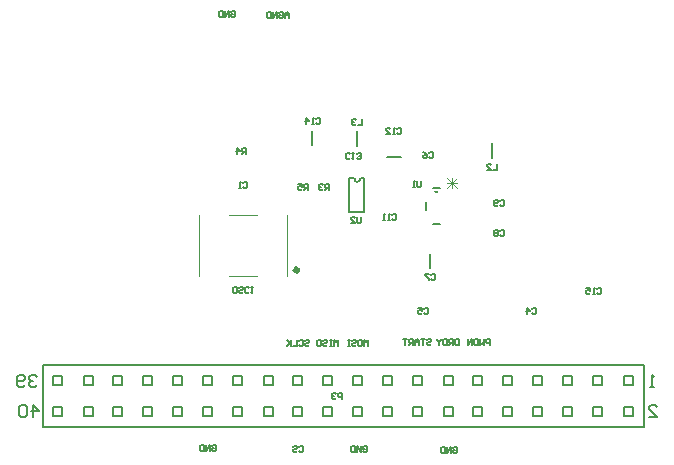
<source format=gbo>
G04*
G04 #@! TF.GenerationSoftware,Altium Limited,Altium Designer,19.0.10 (269)*
G04*
G04 Layer_Color=32896*
%FSLAX25Y25*%
%MOIN*%
G70*
G01*
G75*
%ADD11C,0.00787*%
%ADD12C,0.00600*%
%ADD13C,0.00500*%
%ADD55C,0.01575*%
%ADD56C,0.00394*%
%ADD57C,0.00300*%
%ADD58C,0.00800*%
D11*
X336534Y313090D02*
G03*
X338404Y313090I935J-190D01*
G01*
X361720Y283298D02*
Y288022D01*
X322487Y324138D02*
Y328862D01*
X334800Y313220D02*
X336300D01*
X338800D02*
X339800D01*
Y301870D02*
Y313220D01*
X334800Y301870D02*
X339800D01*
X334800D02*
Y313220D01*
X382360Y319921D02*
Y325039D01*
X347218Y320430D02*
X351942D01*
X337500Y323901D02*
Y329019D01*
X232524Y230383D02*
Y250856D01*
X236142Y237001D02*
X239142D01*
X236142Y234001D02*
Y237001D01*
Y234001D02*
X239142D01*
Y237001D01*
X236142Y247238D02*
X239142D01*
X236142Y244238D02*
Y247238D01*
Y244238D02*
X239142D01*
Y247238D01*
X246378Y237001D02*
X249378D01*
X246378Y234001D02*
Y237001D01*
Y234001D02*
X249378D01*
Y237001D01*
X246378Y247238D02*
X249378D01*
X246378Y244238D02*
Y247238D01*
Y244238D02*
X249378D01*
Y247238D01*
X296142Y237001D02*
X299142D01*
X296142Y234001D02*
Y237001D01*
Y234001D02*
X299142D01*
Y237001D01*
X296142Y247238D02*
X299142D01*
X296142Y244238D02*
Y247238D01*
Y244238D02*
X299142D01*
Y247238D01*
X306378Y237001D02*
X309378D01*
X306378Y234001D02*
Y237001D01*
Y234001D02*
X309378D01*
Y237001D01*
X306378Y247238D02*
X309378D01*
X306378Y244238D02*
Y247238D01*
Y244238D02*
X309378D01*
Y247238D01*
X289142Y244238D02*
Y247238D01*
X286142Y244238D02*
X289142D01*
X286142D02*
Y247238D01*
X289142D01*
Y234001D02*
Y237001D01*
X286142Y234001D02*
X289142D01*
X286142D02*
Y237001D01*
X289142D01*
X276142D02*
X279142D01*
X276142Y234001D02*
Y237001D01*
Y234001D02*
X279142D01*
Y237001D01*
X276142Y247238D02*
X279142D01*
X276142Y244238D02*
Y247238D01*
Y244238D02*
X279142D01*
Y247238D01*
X266142Y237001D02*
X269142D01*
X266142Y234001D02*
Y237001D01*
Y234001D02*
X269142D01*
Y237001D01*
X266142Y247238D02*
X269142D01*
X266142Y244238D02*
Y247238D01*
Y244238D02*
X269142D01*
Y247238D01*
X256142Y237001D02*
X259142D01*
X256142Y234001D02*
Y237001D01*
Y234001D02*
X259142D01*
Y237001D01*
X256142Y247238D02*
X259142D01*
X256142Y244238D02*
Y247238D01*
Y244238D02*
X259142D01*
Y247238D01*
X356142Y237001D02*
X359142D01*
X356142Y234001D02*
Y237001D01*
Y234001D02*
X359142D01*
Y237001D01*
X356142Y247238D02*
X359142D01*
X356142Y244238D02*
Y247238D01*
Y244238D02*
X359142D01*
Y247238D01*
X366378Y237001D02*
X369378D01*
X366378Y234001D02*
Y237001D01*
Y234001D02*
X369378D01*
Y237001D01*
X366378Y247238D02*
X369378D01*
X366378Y244238D02*
Y247238D01*
Y244238D02*
X369378D01*
Y247238D01*
X349142Y244238D02*
Y247238D01*
X346142Y244238D02*
X349142D01*
X346142D02*
Y247238D01*
X349142D01*
Y234001D02*
Y237001D01*
X346142Y234001D02*
X349142D01*
X346142D02*
Y237001D01*
X349142D01*
X336142D02*
X339142D01*
X336142Y234001D02*
Y237001D01*
Y234001D02*
X339142D01*
Y237001D01*
X336142Y247238D02*
X339142D01*
X336142Y244238D02*
Y247238D01*
Y244238D02*
X339142D01*
Y247238D01*
X326142Y237001D02*
X329142D01*
X326142Y234001D02*
Y237001D01*
Y234001D02*
X329142D01*
Y237001D01*
X326142Y247238D02*
X329142D01*
X326142Y244238D02*
Y247238D01*
Y244238D02*
X329142D01*
Y247238D01*
X316142Y237001D02*
X319142D01*
X316142Y234001D02*
Y237001D01*
Y234001D02*
X319142D01*
Y237001D01*
X316142Y247238D02*
X319142D01*
X316142Y244238D02*
Y247238D01*
Y244238D02*
X319142D01*
Y247238D01*
X379142Y244238D02*
Y247238D01*
X376142Y244238D02*
X379142D01*
X376142D02*
Y247238D01*
X379142D01*
Y234001D02*
Y237001D01*
X376142Y234001D02*
X379142D01*
X376142D02*
Y237001D01*
X379142D01*
X389142Y244238D02*
Y247238D01*
X386142Y244238D02*
X389142D01*
X386142D02*
Y247238D01*
X389142D01*
Y234001D02*
Y237001D01*
X386142Y234001D02*
X389142D01*
X386142D02*
Y237001D01*
X389142D01*
X399142Y244238D02*
Y247238D01*
X396142Y244238D02*
X399142D01*
X396142D02*
Y247238D01*
X399142D01*
Y234001D02*
Y237001D01*
X396142Y234001D02*
X399142D01*
X396142D02*
Y237001D01*
X399142D01*
X406142D02*
X409142D01*
X406142Y234001D02*
Y237001D01*
Y234001D02*
X409142D01*
Y237001D01*
X406142Y247238D02*
X409142D01*
X406142Y244238D02*
Y247238D01*
Y244238D02*
X409142D01*
Y247238D01*
X432996Y230383D02*
Y250856D01*
X232760D02*
X432996D01*
X232760Y230383D02*
X432996D01*
X429378Y244238D02*
Y247238D01*
X426378Y244238D02*
X429378D01*
X426378D02*
Y247238D01*
X429378D01*
Y234001D02*
Y237001D01*
X426378Y234001D02*
X429378D01*
X426378D02*
Y237001D01*
X429378D01*
X419142Y244238D02*
Y247238D01*
X416142Y244238D02*
X419142D01*
X416142D02*
Y247238D01*
X419142D01*
Y234001D02*
Y237001D01*
X416142Y234001D02*
X419142D01*
X416142D02*
Y237001D01*
X419142D01*
D12*
X363248Y308705D02*
G03*
X364232Y308705I492J1095D01*
G01*
X362549Y309800D02*
X364931D01*
X360290Y302470D02*
Y305130D01*
X362549Y297800D02*
X364931D01*
D13*
X299267Y311586D02*
X299600Y311919D01*
X300267D01*
X300600Y311586D01*
Y310253D01*
X300267Y309920D01*
X299600D01*
X299267Y310253D01*
X298601Y309920D02*
X297934D01*
X298267D01*
Y311919D01*
X298601Y311586D01*
X300280Y321330D02*
Y323329D01*
X299280D01*
X298947Y322996D01*
Y322330D01*
X299280Y321996D01*
X300280D01*
X299613D02*
X298947Y321330D01*
X297281D02*
Y323329D01*
X298281Y322330D01*
X296948D01*
X362147Y281056D02*
X362480Y281389D01*
X363147D01*
X363480Y281056D01*
Y279723D01*
X363147Y279390D01*
X362480D01*
X362147Y279723D01*
X361481Y281389D02*
X360148D01*
Y281056D01*
X361481Y279723D01*
Y279390D01*
X359837Y269736D02*
X360170Y270069D01*
X360837D01*
X361170Y269736D01*
Y268403D01*
X360837Y268070D01*
X360170D01*
X359837Y268403D01*
X357838Y270069D02*
X359171D01*
Y269070D01*
X358504Y269403D01*
X358171D01*
X357838Y269070D01*
Y268403D01*
X358171Y268070D01*
X358837D01*
X359171Y268403D01*
X395627Y269666D02*
X395960Y269999D01*
X396627D01*
X396960Y269666D01*
Y268333D01*
X396627Y268000D01*
X395960D01*
X395627Y268333D01*
X393961Y268000D02*
Y269999D01*
X394961Y269000D01*
X393628D01*
X349117Y300796D02*
X349450Y301129D01*
X350117D01*
X350450Y300796D01*
Y299463D01*
X350117Y299130D01*
X349450D01*
X349117Y299463D01*
X348451Y299130D02*
X347784D01*
X348117D01*
Y301129D01*
X348451Y300796D01*
X346784Y299130D02*
X346118D01*
X346451D01*
Y301129D01*
X346784Y300796D01*
X361377Y321556D02*
X361710Y321889D01*
X362377D01*
X362710Y321556D01*
Y320223D01*
X362377Y319890D01*
X361710D01*
X361377Y320223D01*
X359378Y321889D02*
X360044Y321556D01*
X360711Y320890D01*
Y320223D01*
X360377Y319890D01*
X359711D01*
X359378Y320223D01*
Y320556D01*
X359711Y320890D01*
X360711D01*
X323807Y332836D02*
X324140Y333169D01*
X324807D01*
X325140Y332836D01*
Y331503D01*
X324807Y331170D01*
X324140D01*
X323807Y331503D01*
X323141Y331170D02*
X322474D01*
X322807D01*
Y333169D01*
X323141Y332836D01*
X320475Y331170D02*
Y333169D01*
X321475Y332170D01*
X320142D01*
X320990Y309390D02*
Y311389D01*
X319990D01*
X319657Y311056D01*
Y310390D01*
X319990Y310056D01*
X320990D01*
X320323D02*
X319657Y309390D01*
X317658Y311389D02*
X318991D01*
Y310390D01*
X318324Y310723D01*
X317991D01*
X317658Y310390D01*
Y309723D01*
X317991Y309390D01*
X318657D01*
X318991Y309723D01*
X327860Y309230D02*
Y311229D01*
X326860D01*
X326527Y310896D01*
Y310230D01*
X326860Y309896D01*
X327860D01*
X327194D02*
X326527Y309230D01*
X325861Y310896D02*
X325527Y311229D01*
X324861D01*
X324528Y310896D01*
Y310563D01*
X324861Y310230D01*
X325194D01*
X324861D01*
X324528Y309896D01*
Y309563D01*
X324861Y309230D01*
X325527D01*
X325861Y309563D01*
X338790Y300139D02*
Y298473D01*
X338457Y298140D01*
X337790D01*
X337457Y298473D01*
Y300139D01*
X335458Y298140D02*
X336791D01*
X335458Y299473D01*
Y299806D01*
X335791Y300139D01*
X336457D01*
X336791Y299806D01*
X358580Y312189D02*
Y310523D01*
X358247Y310190D01*
X357580D01*
X357247Y310523D01*
Y312189D01*
X356581Y310190D02*
X355914D01*
X356247D01*
Y312189D01*
X356581Y311856D01*
X384967Y295616D02*
X385300Y295949D01*
X385967D01*
X386300Y295616D01*
Y294283D01*
X385967Y293950D01*
X385300D01*
X384967Y294283D01*
X384301Y295616D02*
X383967Y295949D01*
X383301D01*
X382968Y295616D01*
Y295283D01*
X383301Y294950D01*
X382968Y294616D01*
Y294283D01*
X383301Y293950D01*
X383967D01*
X384301Y294283D01*
Y294616D01*
X383967Y294950D01*
X384301Y295283D01*
Y295616D01*
X383967Y294950D02*
X383301D01*
X385087Y305546D02*
X385420Y305879D01*
X386087D01*
X386420Y305546D01*
Y304213D01*
X386087Y303880D01*
X385420D01*
X385087Y304213D01*
X384421D02*
X384087Y303880D01*
X383421D01*
X383088Y304213D01*
Y305546D01*
X383421Y305879D01*
X384087D01*
X384421Y305546D01*
Y305213D01*
X384087Y304880D01*
X383088D01*
X383860Y318029D02*
Y316030D01*
X382527D01*
X380528D02*
X381861D01*
X380528Y317363D01*
Y317696D01*
X380861Y318029D01*
X381527D01*
X381861Y317696D01*
X296970Y274901D02*
X296303D01*
X295970Y275234D01*
Y276567D01*
X296303Y276900D01*
X296970D01*
X297303Y276567D01*
Y275234D01*
X296970Y274901D01*
X299302Y275234D02*
X298969Y274901D01*
X298303D01*
X297969Y275234D01*
Y275567D01*
X298303Y275900D01*
X298969D01*
X299302Y276234D01*
Y276567D01*
X298969Y276900D01*
X298303D01*
X297969Y276567D01*
X301302Y275234D02*
X300968Y274901D01*
X300302D01*
X299969Y275234D01*
Y276567D01*
X300302Y276900D01*
X300968D01*
X301302Y276567D01*
X301968Y276900D02*
X302635D01*
X302301D01*
Y274901D01*
X301968Y275234D01*
X314610Y366660D02*
Y367993D01*
X313944Y368659D01*
X313277Y367993D01*
Y366660D01*
Y367660D01*
X314610D01*
X311278Y368326D02*
X311611Y368659D01*
X312277D01*
X312611Y368326D01*
Y366993D01*
X312277Y366660D01*
X311611D01*
X311278Y366993D01*
Y367660D01*
X311944D01*
X310611Y366660D02*
Y368659D01*
X309278Y366660D01*
Y368659D01*
X308612D02*
Y366660D01*
X307612D01*
X307279Y366993D01*
Y368326D01*
X307612Y368659D01*
X308612D01*
X339247Y222304D02*
X339580Y221971D01*
X340247D01*
X340580Y222304D01*
Y223637D01*
X340247Y223970D01*
X339580D01*
X339247Y223637D01*
Y222970D01*
X339914D01*
X338581Y223970D02*
Y221971D01*
X337248Y223970D01*
Y221971D01*
X336581D02*
Y223970D01*
X335582D01*
X335248Y223637D01*
Y222304D01*
X335582Y221971D01*
X336581D01*
X317957Y223696D02*
X318290Y224029D01*
X318957D01*
X319290Y223696D01*
Y222363D01*
X318957Y222030D01*
X318290D01*
X317957Y222363D01*
X315958Y223696D02*
X316291Y224029D01*
X316957D01*
X317291Y223696D01*
Y223363D01*
X316957Y223030D01*
X316291D01*
X315958Y222696D01*
Y222363D01*
X316291Y222030D01*
X316957D01*
X317291Y222363D01*
X288917Y223856D02*
X289250Y224189D01*
X289917D01*
X290250Y223856D01*
Y222523D01*
X289917Y222190D01*
X289250D01*
X288917Y222523D01*
Y223190D01*
X289584D01*
X288251Y222190D02*
Y224189D01*
X286918Y222190D01*
Y224189D01*
X286251D02*
Y222190D01*
X285252D01*
X284918Y222523D01*
Y223856D01*
X285252Y224189D01*
X286251D01*
X319987Y258976D02*
X320320Y259309D01*
X320987D01*
X321320Y258976D01*
Y258643D01*
X320987Y258310D01*
X320320D01*
X319987Y257977D01*
Y257643D01*
X320320Y257310D01*
X320987D01*
X321320Y257643D01*
X317988Y258976D02*
X318321Y259309D01*
X318987D01*
X319321Y258976D01*
Y257643D01*
X318987Y257310D01*
X318321D01*
X317988Y257643D01*
X317321Y259309D02*
Y257310D01*
X315988D01*
X315322Y259309D02*
Y257310D01*
Y257977D01*
X313989Y259309D01*
X314989Y258310D01*
X313989Y257310D01*
X331140Y257370D02*
Y259369D01*
X330473Y258703D01*
X329807Y259369D01*
Y257370D01*
X329141Y259369D02*
X328474D01*
X328807D01*
Y257370D01*
X329141D01*
X328474D01*
X326142Y259036D02*
X326475Y259369D01*
X327141D01*
X327474Y259036D01*
Y258703D01*
X327141Y258370D01*
X326475D01*
X326142Y258036D01*
Y257703D01*
X326475Y257370D01*
X327141D01*
X327474Y257703D01*
X324476Y259369D02*
X325142D01*
X325475Y259036D01*
Y257703D01*
X325142Y257370D01*
X324476D01*
X324142Y257703D01*
Y259036D01*
X324476Y259369D01*
X340960Y257310D02*
Y259309D01*
X340294Y258643D01*
X339627Y259309D01*
Y257310D01*
X337961Y259309D02*
X338627D01*
X338961Y258976D01*
Y257643D01*
X338627Y257310D01*
X337961D01*
X337628Y257643D01*
Y258976D01*
X337961Y259309D01*
X335628Y258976D02*
X335962Y259309D01*
X336628D01*
X336961Y258976D01*
Y258643D01*
X336628Y258310D01*
X335962D01*
X335628Y257977D01*
Y257643D01*
X335962Y257310D01*
X336628D01*
X336961Y257643D01*
X334962Y259309D02*
X334296D01*
X334629D01*
Y257310D01*
X334962D01*
X334296D01*
X360797Y259106D02*
X361130Y259439D01*
X361797D01*
X362130Y259106D01*
Y258773D01*
X361797Y258440D01*
X361130D01*
X360797Y258106D01*
Y257773D01*
X361130Y257440D01*
X361797D01*
X362130Y257773D01*
X360131Y259439D02*
X358798D01*
X359464D01*
Y257440D01*
X358131D02*
Y258773D01*
X357465Y259439D01*
X356798Y258773D01*
Y257440D01*
Y258440D01*
X358131D01*
X356132Y257440D02*
Y259439D01*
X355132D01*
X354799Y259106D01*
Y258440D01*
X355132Y258106D01*
X356132D01*
X355466D02*
X354799Y257440D01*
X354133Y259439D02*
X352800D01*
X353466D01*
Y257440D01*
X371390Y259439D02*
Y257440D01*
X370390D01*
X370057Y257773D01*
Y259106D01*
X370390Y259439D01*
X371390D01*
X369391Y257440D02*
Y259439D01*
X368391D01*
X368058Y259106D01*
Y258440D01*
X368391Y258106D01*
X369391D01*
X368724D02*
X368058Y257440D01*
X367391Y259439D02*
Y257440D01*
X366392D01*
X366058Y257773D01*
Y259106D01*
X366392Y259439D01*
X367391D01*
X365392D02*
Y259106D01*
X364725Y258440D01*
X364059Y259106D01*
Y259439D01*
X364725Y258440D02*
Y257440D01*
X381540Y257500D02*
Y259499D01*
X380540D01*
X380207Y259166D01*
Y258500D01*
X380540Y258166D01*
X381540D01*
X379541Y259499D02*
Y257500D01*
X378874Y258166D01*
X378208Y257500D01*
Y259499D01*
X377541D02*
Y257500D01*
X376542D01*
X376208Y257833D01*
Y259166D01*
X376542Y259499D01*
X377541D01*
X375542Y257500D02*
Y259499D01*
X374209Y257500D01*
Y259499D01*
X295197Y368506D02*
X295530Y368839D01*
X296197D01*
X296530Y368506D01*
Y367173D01*
X296197Y366840D01*
X295530D01*
X295197Y367173D01*
Y367840D01*
X295864D01*
X294531Y366840D02*
Y368839D01*
X293198Y366840D01*
Y368839D01*
X292531D02*
Y366840D01*
X291532D01*
X291198Y367173D01*
Y368506D01*
X291532Y368839D01*
X292531D01*
X369417Y223216D02*
X369750Y223549D01*
X370417D01*
X370750Y223216D01*
Y221883D01*
X370417Y221550D01*
X369750D01*
X369417Y221883D01*
Y222550D01*
X370084D01*
X368751Y221550D02*
Y223549D01*
X367418Y221550D01*
Y223549D01*
X366751D02*
Y221550D01*
X365752D01*
X365418Y221883D01*
Y223216D01*
X365752Y223549D01*
X366751D01*
X332380Y239580D02*
Y241579D01*
X331380D01*
X331047Y241246D01*
Y240580D01*
X331380Y240247D01*
X332380D01*
X330381Y241246D02*
X330047Y241579D01*
X329381D01*
X329048Y241246D01*
Y240913D01*
X329381Y240580D01*
X329714D01*
X329381D01*
X329048Y240247D01*
Y239913D01*
X329381Y239580D01*
X330047D01*
X330381Y239913D01*
X339030Y332929D02*
Y330930D01*
X337697D01*
X337031Y332596D02*
X336697Y332929D01*
X336031D01*
X335698Y332596D01*
Y332263D01*
X336031Y331930D01*
X336364D01*
X336031D01*
X335698Y331596D01*
Y331263D01*
X336031Y330930D01*
X336697D01*
X337031Y331263D01*
X417357Y276316D02*
X417690Y276649D01*
X418357D01*
X418690Y276316D01*
Y274983D01*
X418357Y274650D01*
X417690D01*
X417357Y274983D01*
X416691Y274650D02*
X416024D01*
X416357D01*
Y276649D01*
X416691Y276316D01*
X413692Y276649D02*
X415025D01*
Y275650D01*
X414358Y275983D01*
X414025D01*
X413692Y275650D01*
Y274983D01*
X414025Y274650D01*
X414691D01*
X415025Y274983D01*
X335013Y319854D02*
X334680Y319521D01*
X334013D01*
X333680Y319854D01*
Y321187D01*
X334013Y321520D01*
X334680D01*
X335013Y321187D01*
X335679Y321520D02*
X336346D01*
X336013D01*
Y319521D01*
X335679Y319854D01*
X337346D02*
X337679Y319521D01*
X338345D01*
X338678Y319854D01*
Y320187D01*
X338345Y320520D01*
X338012D01*
X338345D01*
X338678Y320853D01*
Y321187D01*
X338345Y321520D01*
X337679D01*
X337346Y321187D01*
X350757Y329566D02*
X351090Y329899D01*
X351757D01*
X352090Y329566D01*
Y328233D01*
X351757Y327900D01*
X351090D01*
X350757Y328233D01*
X350091Y327900D02*
X349424D01*
X349757D01*
Y329899D01*
X350091Y329566D01*
X347092Y327900D02*
X348425D01*
X347092Y329233D01*
Y329566D01*
X347425Y329899D01*
X348091D01*
X348425Y329566D01*
D55*
X317678Y282572D02*
G03*
X317678Y282572I-551J0D01*
G01*
D56*
X314174Y280604D02*
Y301076D01*
X284646Y280604D02*
Y301076D01*
X294662D02*
X304103D01*
X294689Y280604D02*
X304131D01*
D57*
X370690Y313405D02*
X367358Y310073D01*
X370690D02*
X367358Y313405D01*
X370690Y311739D02*
X367358D01*
X369024Y310073D02*
Y313405D01*
D58*
X229261Y233619D02*
Y237618D01*
X231260Y235619D01*
X228594D01*
X227261Y236952D02*
X226595Y237618D01*
X225262D01*
X224595Y236952D01*
Y234286D01*
X225262Y233619D01*
X226595D01*
X227261Y234286D01*
Y236952D01*
X230760Y246952D02*
X230094Y247618D01*
X228761D01*
X228094Y246952D01*
Y246285D01*
X228761Y245619D01*
X229427D01*
X228761D01*
X228094Y244952D01*
Y244286D01*
X228761Y243619D01*
X230094D01*
X230760Y244286D01*
X226761D02*
X226095Y243619D01*
X224762D01*
X224096Y244286D01*
Y246952D01*
X224762Y247618D01*
X226095D01*
X226761Y246952D01*
Y246285D01*
X226095Y245619D01*
X224096D01*
X436260Y243619D02*
X434927D01*
X435594D01*
Y247618D01*
X436260Y246952D01*
X434594Y233619D02*
X437260D01*
X434594Y236285D01*
Y236952D01*
X435261Y237618D01*
X436593D01*
X437260Y236952D01*
M02*

</source>
